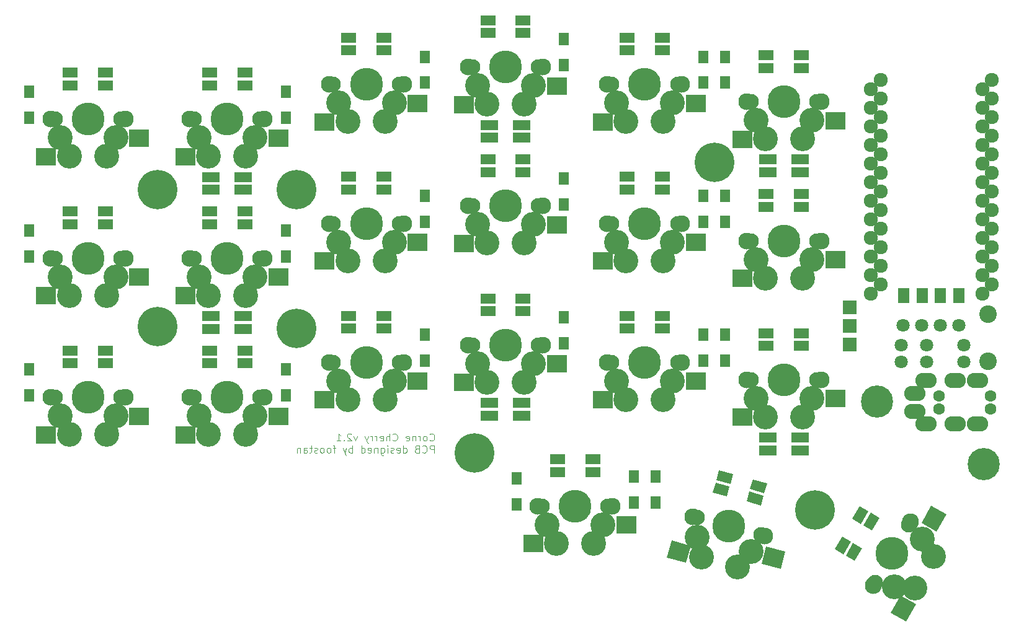
<source format=gbr>
G04 #@! TF.GenerationSoftware,KiCad,Pcbnew,5.1.5+dfsg1-2~bpo10+1*
G04 #@! TF.CreationDate,2020-09-05T13:18:22+00:00*
G04 #@! TF.ProjectId,corne-cherry,636f726e-652d-4636-9865-7272792e6b69,2.1*
G04 #@! TF.SameCoordinates,Original*
G04 #@! TF.FileFunction,Soldermask,Bot*
G04 #@! TF.FilePolarity,Negative*
%FSLAX46Y46*%
G04 Gerber Fmt 4.6, Leading zero omitted, Abs format (unit mm)*
G04 Created by KiCad (PCBNEW 5.1.5+dfsg1-2~bpo10+1) date 2020-09-05 13:18:22*
%MOMM*%
%LPD*%
G04 APERTURE LIST*
%ADD10C,0.125000*%
%ADD11C,2.100000*%
%ADD12C,0.100000*%
%ADD13C,2.300000*%
%ADD14C,4.500000*%
%ADD15C,3.400000*%
%ADD16R,2.700000X2.400000*%
%ADD17C,1.600000*%
%ADD18O,2.900000X2.100000*%
%ADD19R,2.400000X1.400000*%
%ADD20R,2.000000X1.400000*%
%ADD21C,1.924000*%
%ADD22R,1.350000X1.700000*%
%ADD23C,1.797000*%
%ADD24R,1.543000X1.035000*%
%ADD25R,1.924000X1.924000*%
%ADD26C,5.400000*%
%ADD27C,4.400000*%
%ADD28C,2.400000*%
G04 APERTURE END LIST*
D10*
X116659226Y-120994642D02*
X116706845Y-121042261D01*
X116849702Y-121089880D01*
X116944940Y-121089880D01*
X117087797Y-121042261D01*
X117183035Y-120947023D01*
X117230654Y-120851785D01*
X117278273Y-120661309D01*
X117278273Y-120518452D01*
X117230654Y-120327976D01*
X117183035Y-120232738D01*
X117087797Y-120137500D01*
X116944940Y-120089880D01*
X116849702Y-120089880D01*
X116706845Y-120137500D01*
X116659226Y-120185119D01*
X116087797Y-121089880D02*
X116183035Y-121042261D01*
X116230654Y-120994642D01*
X116278273Y-120899404D01*
X116278273Y-120613690D01*
X116230654Y-120518452D01*
X116183035Y-120470833D01*
X116087797Y-120423214D01*
X115944940Y-120423214D01*
X115849702Y-120470833D01*
X115802083Y-120518452D01*
X115754464Y-120613690D01*
X115754464Y-120899404D01*
X115802083Y-120994642D01*
X115849702Y-121042261D01*
X115944940Y-121089880D01*
X116087797Y-121089880D01*
X115325892Y-121089880D02*
X115325892Y-120423214D01*
X115325892Y-120613690D02*
X115278273Y-120518452D01*
X115230654Y-120470833D01*
X115135416Y-120423214D01*
X115040178Y-120423214D01*
X114706845Y-120423214D02*
X114706845Y-121089880D01*
X114706845Y-120518452D02*
X114659226Y-120470833D01*
X114563988Y-120423214D01*
X114421130Y-120423214D01*
X114325892Y-120470833D01*
X114278273Y-120566071D01*
X114278273Y-121089880D01*
X113421130Y-121042261D02*
X113516369Y-121089880D01*
X113706845Y-121089880D01*
X113802083Y-121042261D01*
X113849702Y-120947023D01*
X113849702Y-120566071D01*
X113802083Y-120470833D01*
X113706845Y-120423214D01*
X113516369Y-120423214D01*
X113421130Y-120470833D01*
X113373511Y-120566071D01*
X113373511Y-120661309D01*
X113849702Y-120756547D01*
X111611607Y-120994642D02*
X111659226Y-121042261D01*
X111802083Y-121089880D01*
X111897321Y-121089880D01*
X112040178Y-121042261D01*
X112135416Y-120947023D01*
X112183035Y-120851785D01*
X112230654Y-120661309D01*
X112230654Y-120518452D01*
X112183035Y-120327976D01*
X112135416Y-120232738D01*
X112040178Y-120137500D01*
X111897321Y-120089880D01*
X111802083Y-120089880D01*
X111659226Y-120137500D01*
X111611607Y-120185119D01*
X111183035Y-121089880D02*
X111183035Y-120089880D01*
X110754464Y-121089880D02*
X110754464Y-120566071D01*
X110802083Y-120470833D01*
X110897321Y-120423214D01*
X111040178Y-120423214D01*
X111135416Y-120470833D01*
X111183035Y-120518452D01*
X109897321Y-121042261D02*
X109992559Y-121089880D01*
X110183035Y-121089880D01*
X110278273Y-121042261D01*
X110325892Y-120947023D01*
X110325892Y-120566071D01*
X110278273Y-120470833D01*
X110183035Y-120423214D01*
X109992559Y-120423214D01*
X109897321Y-120470833D01*
X109849702Y-120566071D01*
X109849702Y-120661309D01*
X110325892Y-120756547D01*
X109421130Y-121089880D02*
X109421130Y-120423214D01*
X109421130Y-120613690D02*
X109373511Y-120518452D01*
X109325892Y-120470833D01*
X109230654Y-120423214D01*
X109135416Y-120423214D01*
X108802083Y-121089880D02*
X108802083Y-120423214D01*
X108802083Y-120613690D02*
X108754464Y-120518452D01*
X108706845Y-120470833D01*
X108611607Y-120423214D01*
X108516369Y-120423214D01*
X108278273Y-120423214D02*
X108040178Y-121089880D01*
X107802083Y-120423214D02*
X108040178Y-121089880D01*
X108135416Y-121327976D01*
X108183035Y-121375595D01*
X108278273Y-121423214D01*
X106754464Y-120423214D02*
X106516369Y-121089880D01*
X106278273Y-120423214D01*
X105944940Y-120185119D02*
X105897321Y-120137500D01*
X105802083Y-120089880D01*
X105563988Y-120089880D01*
X105468750Y-120137500D01*
X105421130Y-120185119D01*
X105373511Y-120280357D01*
X105373511Y-120375595D01*
X105421130Y-120518452D01*
X105992559Y-121089880D01*
X105373511Y-121089880D01*
X104944940Y-120994642D02*
X104897321Y-121042261D01*
X104944940Y-121089880D01*
X104992559Y-121042261D01*
X104944940Y-120994642D01*
X104944940Y-121089880D01*
X103944940Y-121089880D02*
X104516369Y-121089880D01*
X104230654Y-121089880D02*
X104230654Y-120089880D01*
X104325892Y-120232738D01*
X104421130Y-120327976D01*
X104516369Y-120375595D01*
X117230654Y-122714880D02*
X117230654Y-121714880D01*
X116849702Y-121714880D01*
X116754464Y-121762500D01*
X116706845Y-121810119D01*
X116659226Y-121905357D01*
X116659226Y-122048214D01*
X116706845Y-122143452D01*
X116754464Y-122191071D01*
X116849702Y-122238690D01*
X117230654Y-122238690D01*
X115659226Y-122619642D02*
X115706845Y-122667261D01*
X115849702Y-122714880D01*
X115944940Y-122714880D01*
X116087797Y-122667261D01*
X116183035Y-122572023D01*
X116230654Y-122476785D01*
X116278273Y-122286309D01*
X116278273Y-122143452D01*
X116230654Y-121952976D01*
X116183035Y-121857738D01*
X116087797Y-121762500D01*
X115944940Y-121714880D01*
X115849702Y-121714880D01*
X115706845Y-121762500D01*
X115659226Y-121810119D01*
X114897321Y-122191071D02*
X114754464Y-122238690D01*
X114706845Y-122286309D01*
X114659226Y-122381547D01*
X114659226Y-122524404D01*
X114706845Y-122619642D01*
X114754464Y-122667261D01*
X114849702Y-122714880D01*
X115230654Y-122714880D01*
X115230654Y-121714880D01*
X114897321Y-121714880D01*
X114802083Y-121762500D01*
X114754464Y-121810119D01*
X114706845Y-121905357D01*
X114706845Y-122000595D01*
X114754464Y-122095833D01*
X114802083Y-122143452D01*
X114897321Y-122191071D01*
X115230654Y-122191071D01*
X113040178Y-122714880D02*
X113040178Y-121714880D01*
X113040178Y-122667261D02*
X113135416Y-122714880D01*
X113325892Y-122714880D01*
X113421130Y-122667261D01*
X113468750Y-122619642D01*
X113516369Y-122524404D01*
X113516369Y-122238690D01*
X113468750Y-122143452D01*
X113421130Y-122095833D01*
X113325892Y-122048214D01*
X113135416Y-122048214D01*
X113040178Y-122095833D01*
X112183035Y-122667261D02*
X112278273Y-122714880D01*
X112468750Y-122714880D01*
X112563988Y-122667261D01*
X112611607Y-122572023D01*
X112611607Y-122191071D01*
X112563988Y-122095833D01*
X112468750Y-122048214D01*
X112278273Y-122048214D01*
X112183035Y-122095833D01*
X112135416Y-122191071D01*
X112135416Y-122286309D01*
X112611607Y-122381547D01*
X111754464Y-122667261D02*
X111659226Y-122714880D01*
X111468750Y-122714880D01*
X111373511Y-122667261D01*
X111325892Y-122572023D01*
X111325892Y-122524404D01*
X111373511Y-122429166D01*
X111468750Y-122381547D01*
X111611607Y-122381547D01*
X111706845Y-122333928D01*
X111754464Y-122238690D01*
X111754464Y-122191071D01*
X111706845Y-122095833D01*
X111611607Y-122048214D01*
X111468750Y-122048214D01*
X111373511Y-122095833D01*
X110897321Y-122714880D02*
X110897321Y-122048214D01*
X110897321Y-121714880D02*
X110944940Y-121762500D01*
X110897321Y-121810119D01*
X110849702Y-121762500D01*
X110897321Y-121714880D01*
X110897321Y-121810119D01*
X109992559Y-122048214D02*
X109992559Y-122857738D01*
X110040178Y-122952976D01*
X110087797Y-123000595D01*
X110183035Y-123048214D01*
X110325892Y-123048214D01*
X110421130Y-123000595D01*
X109992559Y-122667261D02*
X110087797Y-122714880D01*
X110278273Y-122714880D01*
X110373511Y-122667261D01*
X110421130Y-122619642D01*
X110468750Y-122524404D01*
X110468750Y-122238690D01*
X110421130Y-122143452D01*
X110373511Y-122095833D01*
X110278273Y-122048214D01*
X110087797Y-122048214D01*
X109992559Y-122095833D01*
X109516369Y-122048214D02*
X109516369Y-122714880D01*
X109516369Y-122143452D02*
X109468750Y-122095833D01*
X109373511Y-122048214D01*
X109230654Y-122048214D01*
X109135416Y-122095833D01*
X109087797Y-122191071D01*
X109087797Y-122714880D01*
X108230654Y-122667261D02*
X108325892Y-122714880D01*
X108516369Y-122714880D01*
X108611607Y-122667261D01*
X108659226Y-122572023D01*
X108659226Y-122191071D01*
X108611607Y-122095833D01*
X108516369Y-122048214D01*
X108325892Y-122048214D01*
X108230654Y-122095833D01*
X108183035Y-122191071D01*
X108183035Y-122286309D01*
X108659226Y-122381547D01*
X107325892Y-122714880D02*
X107325892Y-121714880D01*
X107325892Y-122667261D02*
X107421130Y-122714880D01*
X107611607Y-122714880D01*
X107706845Y-122667261D01*
X107754464Y-122619642D01*
X107802083Y-122524404D01*
X107802083Y-122238690D01*
X107754464Y-122143452D01*
X107706845Y-122095833D01*
X107611607Y-122048214D01*
X107421130Y-122048214D01*
X107325892Y-122095833D01*
X106087797Y-122714880D02*
X106087797Y-121714880D01*
X106087797Y-122095833D02*
X105992559Y-122048214D01*
X105802083Y-122048214D01*
X105706845Y-122095833D01*
X105659226Y-122143452D01*
X105611607Y-122238690D01*
X105611607Y-122524404D01*
X105659226Y-122619642D01*
X105706845Y-122667261D01*
X105802083Y-122714880D01*
X105992559Y-122714880D01*
X106087797Y-122667261D01*
X105278273Y-122048214D02*
X105040178Y-122714880D01*
X104802083Y-122048214D02*
X105040178Y-122714880D01*
X105135416Y-122952976D01*
X105183035Y-123000595D01*
X105278273Y-123048214D01*
X103802083Y-122048214D02*
X103421130Y-122048214D01*
X103659226Y-122714880D02*
X103659226Y-121857738D01*
X103611607Y-121762500D01*
X103516369Y-121714880D01*
X103421130Y-121714880D01*
X102944940Y-122714880D02*
X103040178Y-122667261D01*
X103087797Y-122619642D01*
X103135416Y-122524404D01*
X103135416Y-122238690D01*
X103087797Y-122143452D01*
X103040178Y-122095833D01*
X102944940Y-122048214D01*
X102802083Y-122048214D01*
X102706845Y-122095833D01*
X102659226Y-122143452D01*
X102611607Y-122238690D01*
X102611607Y-122524404D01*
X102659226Y-122619642D01*
X102706845Y-122667261D01*
X102802083Y-122714880D01*
X102944940Y-122714880D01*
X102040178Y-122714880D02*
X102135416Y-122667261D01*
X102183035Y-122619642D01*
X102230654Y-122524404D01*
X102230654Y-122238690D01*
X102183035Y-122143452D01*
X102135416Y-122095833D01*
X102040178Y-122048214D01*
X101897321Y-122048214D01*
X101802083Y-122095833D01*
X101754464Y-122143452D01*
X101706845Y-122238690D01*
X101706845Y-122524404D01*
X101754464Y-122619642D01*
X101802083Y-122667261D01*
X101897321Y-122714880D01*
X102040178Y-122714880D01*
X101325892Y-122667261D02*
X101230654Y-122714880D01*
X101040178Y-122714880D01*
X100944940Y-122667261D01*
X100897321Y-122572023D01*
X100897321Y-122524404D01*
X100944940Y-122429166D01*
X101040178Y-122381547D01*
X101183035Y-122381547D01*
X101278273Y-122333928D01*
X101325892Y-122238690D01*
X101325892Y-122191071D01*
X101278273Y-122095833D01*
X101183035Y-122048214D01*
X101040178Y-122048214D01*
X100944940Y-122095833D01*
X100611607Y-122048214D02*
X100230654Y-122048214D01*
X100468750Y-121714880D02*
X100468750Y-122572023D01*
X100421130Y-122667261D01*
X100325892Y-122714880D01*
X100230654Y-122714880D01*
X99468750Y-122714880D02*
X99468750Y-122191071D01*
X99516369Y-122095833D01*
X99611607Y-122048214D01*
X99802083Y-122048214D01*
X99897321Y-122095833D01*
X99468750Y-122667261D02*
X99563988Y-122714880D01*
X99802083Y-122714880D01*
X99897321Y-122667261D01*
X99944940Y-122572023D01*
X99944940Y-122476785D01*
X99897321Y-122381547D01*
X99802083Y-122333928D01*
X99563988Y-122333928D01*
X99468750Y-122286309D01*
X98992559Y-122048214D02*
X98992559Y-122714880D01*
X98992559Y-122143452D02*
X98944940Y-122095833D01*
X98849702Y-122048214D01*
X98706845Y-122048214D01*
X98611607Y-122095833D01*
X98563988Y-122191071D01*
X98563988Y-122714880D01*
D11*
X177500000Y-140397114D03*
X182000000Y-132602886D03*
D12*
G36*
X181698280Y-145765479D02*
G01*
X179619820Y-144565479D01*
X180969820Y-142227211D01*
X183048280Y-143427211D01*
X181698280Y-145765479D01*
G37*
D13*
X182290000Y-132100591D03*
X177210000Y-140899409D03*
D14*
X179750000Y-136500000D03*
D15*
X182879409Y-141239705D03*
X180044705Y-141069557D03*
X185419409Y-136840295D03*
X183854705Y-134470443D03*
D12*
G36*
X185848576Y-133496956D02*
G01*
X183770116Y-132296956D01*
X185120116Y-129958688D01*
X187198576Y-131158688D01*
X185848576Y-133496956D01*
G37*
D11*
X65500000Y-77125000D03*
X74500000Y-77125000D03*
D16*
X64300000Y-82245000D03*
D13*
X75080000Y-77125000D03*
X64920000Y-77125000D03*
D14*
X70000000Y-77125000D03*
D15*
X67460000Y-82205000D03*
X66190000Y-79665001D03*
X72540000Y-82205000D03*
X73810000Y-79665000D03*
D16*
X77000000Y-79705000D03*
D11*
X132000000Y-130000000D03*
X141000000Y-130000000D03*
D16*
X130800000Y-135120000D03*
D13*
X141580000Y-130000000D03*
X131420000Y-130000000D03*
D14*
X136500000Y-130000000D03*
D15*
X133960000Y-135080000D03*
X132690000Y-132540001D03*
X139040000Y-135080000D03*
X140310000Y-132540000D03*
D16*
X143500000Y-132580000D03*
D11*
X160500000Y-112750000D03*
X169500000Y-112750000D03*
D16*
X159300000Y-117870000D03*
D13*
X170080000Y-112750000D03*
X159920000Y-112750000D03*
D14*
X165000000Y-112750000D03*
D15*
X162460000Y-117830000D03*
X161190000Y-115290001D03*
X167540000Y-117830000D03*
X168810000Y-115290000D03*
D16*
X172000000Y-115330000D03*
D11*
X103500000Y-110375000D03*
X112500000Y-110375000D03*
D16*
X102300000Y-115495000D03*
D13*
X113080000Y-110375000D03*
X102920000Y-110375000D03*
D14*
X108000000Y-110375000D03*
D15*
X105460000Y-115455000D03*
X104190000Y-112915001D03*
X110540000Y-115455000D03*
X111810000Y-112915000D03*
D16*
X115000000Y-112955000D03*
D11*
X84500000Y-115125000D03*
X93500000Y-115125000D03*
D16*
X83300000Y-120245000D03*
D13*
X94080000Y-115125000D03*
X83920000Y-115125000D03*
D14*
X89000000Y-115125000D03*
D15*
X86460000Y-120205000D03*
X85190000Y-117665001D03*
X91540000Y-120205000D03*
X92810000Y-117665000D03*
D16*
X96000000Y-117705000D03*
D11*
X65500000Y-115125000D03*
X74500000Y-115125000D03*
D16*
X64300000Y-120245000D03*
D13*
X75080000Y-115125000D03*
X64920000Y-115125000D03*
D14*
X70000000Y-115125000D03*
D15*
X67460000Y-120205000D03*
X66190000Y-117665001D03*
X72540000Y-120205000D03*
X73810000Y-117665000D03*
D16*
X77000000Y-117705000D03*
D11*
X160500000Y-93750000D03*
X169500000Y-93750000D03*
D16*
X159300000Y-98870000D03*
D13*
X170080000Y-93750000D03*
X159920000Y-93750000D03*
D14*
X165000000Y-93750000D03*
D15*
X162460000Y-98830000D03*
X161190000Y-96290001D03*
X167540000Y-98830000D03*
X168810000Y-96290000D03*
D16*
X172000000Y-96330000D03*
D11*
X141500000Y-91375000D03*
X150500000Y-91375000D03*
D16*
X140300000Y-96495000D03*
D13*
X151080000Y-91375000D03*
X140920000Y-91375000D03*
D14*
X146000000Y-91375000D03*
D15*
X143460000Y-96455000D03*
X142190000Y-93915001D03*
X148540000Y-96455000D03*
X149810000Y-93915000D03*
D16*
X153000000Y-93955000D03*
D11*
X122500000Y-89000000D03*
X131500000Y-89000000D03*
D16*
X121300000Y-94120000D03*
D13*
X132080000Y-89000000D03*
X121920000Y-89000000D03*
D14*
X127000000Y-89000000D03*
D15*
X124460000Y-94080000D03*
X123190000Y-91540001D03*
X129540000Y-94080000D03*
X130810000Y-91540000D03*
D16*
X134000000Y-91580000D03*
D11*
X103500000Y-91375000D03*
X112500000Y-91375000D03*
D16*
X102300000Y-96495000D03*
D13*
X113080000Y-91375000D03*
X102920000Y-91375000D03*
D14*
X108000000Y-91375000D03*
D15*
X105460000Y-96455000D03*
X104190000Y-93915001D03*
X110540000Y-96455000D03*
X111810000Y-93915000D03*
D16*
X115000000Y-93955000D03*
D11*
X84500000Y-96125000D03*
X93500000Y-96125000D03*
D16*
X83300000Y-101245000D03*
D13*
X94080000Y-96125000D03*
X83920000Y-96125000D03*
D14*
X89000000Y-96125000D03*
D15*
X86460000Y-101205000D03*
X85190000Y-98665001D03*
X91540000Y-101205000D03*
X92810000Y-98665000D03*
D16*
X96000000Y-98705000D03*
D11*
X65500000Y-96125000D03*
X74500000Y-96125000D03*
D16*
X64300000Y-101245000D03*
D13*
X75080000Y-96125000D03*
X64920000Y-96125000D03*
D14*
X70000000Y-96125000D03*
D15*
X67460000Y-101205000D03*
X66190000Y-98665001D03*
X72540000Y-101205000D03*
X73810000Y-98665000D03*
D16*
X77000000Y-98705000D03*
D11*
X160500000Y-74750000D03*
X169500000Y-74750000D03*
D16*
X159300000Y-79870000D03*
D13*
X170080000Y-74750000D03*
X159920000Y-74750000D03*
D14*
X165000000Y-74750000D03*
D15*
X162460000Y-79830000D03*
X161190000Y-77290001D03*
X167540000Y-79830000D03*
X168810000Y-77290000D03*
D16*
X172000000Y-77330000D03*
D11*
X141500000Y-72375000D03*
X150500000Y-72375000D03*
D16*
X140300000Y-77495000D03*
D13*
X151080000Y-72375000D03*
X140920000Y-72375000D03*
D14*
X146000000Y-72375000D03*
D15*
X143460000Y-77455000D03*
X142190000Y-74915001D03*
X148540000Y-77455000D03*
X149810000Y-74915000D03*
D16*
X153000000Y-74955000D03*
D11*
X103500000Y-72375000D03*
X112500000Y-72375000D03*
D16*
X102300000Y-77495000D03*
D13*
X113080000Y-72375000D03*
X102920000Y-72375000D03*
D14*
X108000000Y-72375000D03*
D15*
X105460000Y-77455000D03*
X104190000Y-74915001D03*
X110540000Y-77455000D03*
X111810000Y-74915000D03*
D16*
X115000000Y-74955000D03*
D11*
X84500000Y-77125000D03*
X93500000Y-77125000D03*
D16*
X83300000Y-82245000D03*
D13*
X94080000Y-77125000D03*
X83920000Y-77125000D03*
D14*
X89000000Y-77125000D03*
D15*
X86460000Y-82205000D03*
X85190000Y-79665001D03*
X91540000Y-82205000D03*
X92810000Y-79665000D03*
D16*
X96000000Y-79705000D03*
D11*
X141500000Y-110375000D03*
X150500000Y-110375000D03*
D16*
X140300000Y-115495000D03*
D13*
X151080000Y-110375000D03*
X140920000Y-110375000D03*
D14*
X146000000Y-110375000D03*
D15*
X143460000Y-115455000D03*
X142190000Y-112915001D03*
X148540000Y-115455000D03*
X149810000Y-112915000D03*
D16*
X153000000Y-112955000D03*
D11*
X153153334Y-131585314D03*
X161846666Y-133914686D03*
D12*
G36*
X149054486Y-137029977D02*
G01*
X149675652Y-134711755D01*
X152283652Y-135410567D01*
X151662486Y-137728789D01*
X149054486Y-137029977D01*
G37*
D13*
X162406903Y-134064801D03*
X152593097Y-131435199D03*
D14*
X157500000Y-132750000D03*
D15*
X153731748Y-136999503D03*
X153162422Y-134217352D03*
X158638651Y-138314304D03*
X160522777Y-136189552D03*
D12*
G36*
X161979145Y-137863527D02*
G01*
X162600311Y-135545305D01*
X165208311Y-136244117D01*
X164587145Y-138562339D01*
X161979145Y-137863527D01*
G37*
D11*
X122500000Y-70000000D03*
X131500000Y-70000000D03*
D16*
X121300000Y-75120000D03*
D13*
X132080000Y-70000000D03*
X121920000Y-70000000D03*
D14*
X127000000Y-70000000D03*
D15*
X124460000Y-75080000D03*
X123190000Y-72540001D03*
X129540000Y-75080000D03*
X130810000Y-72540000D03*
D16*
X134000000Y-72580000D03*
D11*
X122500000Y-108000000D03*
X131500000Y-108000000D03*
D16*
X121300000Y-113120000D03*
D13*
X132080000Y-108000000D03*
X121920000Y-108000000D03*
D14*
X127000000Y-108000000D03*
D15*
X124460000Y-113080000D03*
X123190000Y-110540001D03*
X129540000Y-113080000D03*
X130810000Y-110540000D03*
D16*
X134000000Y-110580000D03*
D17*
X186200000Y-114950000D03*
X193200000Y-114950000D03*
D18*
X184400000Y-112850000D03*
X182900000Y-117050000D03*
X191400000Y-112850000D03*
X188400000Y-112850000D03*
D17*
X193200000Y-116700000D03*
X186200000Y-116700000D03*
D18*
X191400000Y-118800000D03*
X188400000Y-118800000D03*
X184400000Y-118800000D03*
X182900000Y-114600000D03*
D19*
X162800000Y-122375000D03*
X162800000Y-120625000D03*
X167200000Y-120625000D03*
X167200000Y-122375000D03*
X167200000Y-82625000D03*
X167200000Y-84375000D03*
X162800000Y-84375000D03*
X162800000Y-82625000D03*
X129200000Y-77925000D03*
X129200000Y-79675000D03*
X124800000Y-79675000D03*
X124800000Y-77925000D03*
X91200000Y-85025000D03*
X91200000Y-86775000D03*
X86800000Y-86775000D03*
X86800000Y-85025000D03*
X86800000Y-105775000D03*
X86800000Y-104025000D03*
X91200000Y-104025000D03*
X91200000Y-105775000D03*
X124800000Y-117675000D03*
X124800000Y-115925000D03*
X129200000Y-115925000D03*
X129200000Y-117675000D03*
D12*
G36*
X175336010Y-130018014D02*
G01*
X176548446Y-130718014D01*
X175548446Y-132450064D01*
X174336010Y-131750064D01*
X175336010Y-130018014D01*
G37*
G36*
X176851554Y-130893014D02*
G01*
X178063990Y-131593014D01*
X177063990Y-133325064D01*
X175851554Y-132625064D01*
X176851554Y-130893014D01*
G37*
G36*
X174451554Y-135049936D02*
G01*
X175663990Y-135749936D01*
X174663990Y-137481986D01*
X173451554Y-136781986D01*
X174451554Y-135049936D01*
G37*
G36*
X172936010Y-134174936D02*
G01*
X174148446Y-134874936D01*
X173148446Y-136606986D01*
X171936010Y-135906986D01*
X172936010Y-134174936D01*
G37*
G36*
X155308212Y-128141348D02*
G01*
X155670559Y-126789052D01*
X157602410Y-127306690D01*
X157240063Y-128658986D01*
X155308212Y-128141348D01*
G37*
G36*
X155761146Y-126450978D02*
G01*
X156123493Y-125098682D01*
X158055344Y-125616320D01*
X157692997Y-126968616D01*
X155761146Y-126450978D01*
G37*
G36*
X160397590Y-127693310D02*
G01*
X160759937Y-126341014D01*
X162691788Y-126858652D01*
X162329441Y-128210948D01*
X160397590Y-127693310D01*
G37*
G36*
X159944656Y-129383680D02*
G01*
X160307003Y-128031384D01*
X162238854Y-128549022D01*
X161876507Y-129901318D01*
X159944656Y-129383680D01*
G37*
D20*
X134100000Y-125375000D03*
X134100000Y-123625000D03*
X138900000Y-123625000D03*
X138900000Y-125375000D03*
X162600000Y-108125000D03*
X162600000Y-106375000D03*
X167400000Y-106375000D03*
X167400000Y-108125000D03*
X143600000Y-105750000D03*
X143600000Y-104000000D03*
X148400000Y-104000000D03*
X148400000Y-105750000D03*
X124600000Y-103375000D03*
X124600000Y-101625000D03*
X129400000Y-101625000D03*
X129400000Y-103375000D03*
X105600000Y-105750000D03*
X105600000Y-104000000D03*
X110400000Y-104000000D03*
X110400000Y-105750000D03*
X86600000Y-110500000D03*
X86600000Y-108750000D03*
X91400000Y-108750000D03*
X91400000Y-110500000D03*
X67600000Y-110500000D03*
X67600000Y-108750000D03*
X72400000Y-108750000D03*
X72400000Y-110500000D03*
X162600000Y-89125000D03*
X162600000Y-87375000D03*
X167400000Y-87375000D03*
X167400000Y-89125000D03*
X143600000Y-86750000D03*
X143600000Y-85000000D03*
X148400000Y-85000000D03*
X148400000Y-86750000D03*
X124600000Y-84375000D03*
X124600000Y-82625000D03*
X129400000Y-82625000D03*
X129400000Y-84375000D03*
X105600000Y-86750000D03*
X105600000Y-85000000D03*
X110400000Y-85000000D03*
X110400000Y-86750000D03*
X86600000Y-91500000D03*
X86600000Y-89750000D03*
X91400000Y-89750000D03*
X91400000Y-91500000D03*
X67600000Y-91500000D03*
X67600000Y-89750000D03*
X72400000Y-89750000D03*
X72400000Y-91500000D03*
X162600000Y-70125000D03*
X162600000Y-68375000D03*
X167400000Y-68375000D03*
X167400000Y-70125000D03*
X143600000Y-67750000D03*
X143600000Y-66000000D03*
X148400000Y-66000000D03*
X148400000Y-67750000D03*
X124600000Y-65375000D03*
X124600000Y-63625000D03*
X129400000Y-63625000D03*
X129400000Y-65375000D03*
X105600000Y-67750000D03*
X105600000Y-66000000D03*
X110400000Y-66000000D03*
X110400000Y-67750000D03*
X86600000Y-72500000D03*
X86600000Y-70750000D03*
X91400000Y-70750000D03*
X91400000Y-72500000D03*
X67600000Y-72500000D03*
X67600000Y-70750000D03*
X72400000Y-70750000D03*
X72400000Y-72500000D03*
D21*
X192100000Y-73042000D03*
X192100000Y-75582000D03*
X192100000Y-78122000D03*
X192100000Y-80662000D03*
X192100000Y-83202000D03*
X192100000Y-85742000D03*
X192100000Y-88282000D03*
X192100000Y-90822000D03*
X192100000Y-93362000D03*
X192100000Y-95902000D03*
X192100000Y-98442000D03*
X192100000Y-100982000D03*
X176860000Y-100982000D03*
X176860000Y-98442000D03*
X176860000Y-95902000D03*
X176860000Y-93362000D03*
X176860000Y-90822000D03*
X176860000Y-88282000D03*
X176860000Y-85742000D03*
X176860000Y-83202000D03*
X176860000Y-80662000D03*
X176860000Y-78122000D03*
X176860000Y-75582000D03*
X176860000Y-73042000D03*
X193406400Y-71772000D03*
X193406400Y-74312000D03*
X193406400Y-76852000D03*
X193406400Y-79392000D03*
X193406400Y-81932000D03*
X193406400Y-84472000D03*
X193406400Y-87012000D03*
X193406400Y-89552000D03*
X193406400Y-92092000D03*
X193406400Y-94632000D03*
X193406400Y-97172000D03*
X193406400Y-99712000D03*
X178186400Y-99712000D03*
X178186400Y-97172000D03*
X178186400Y-94632000D03*
X178186400Y-92092000D03*
X178186400Y-89552000D03*
X178186400Y-87012000D03*
X178186400Y-84472000D03*
X178186400Y-81932000D03*
X178186400Y-79392000D03*
X178186400Y-76852000D03*
X178186400Y-74312000D03*
X178186400Y-71772000D03*
D22*
X154000000Y-68600000D03*
X154000000Y-72150000D03*
X62000000Y-73350000D03*
X62000000Y-76900000D03*
X97000000Y-73350000D03*
X97000000Y-76900000D03*
X116000000Y-68600000D03*
X116000000Y-72150000D03*
X135000000Y-66225000D03*
X135000000Y-69775000D03*
X157000000Y-68600000D03*
X157000000Y-72150000D03*
X62000000Y-92350000D03*
X62000000Y-95900000D03*
X97000000Y-92350000D03*
X97000000Y-95900000D03*
X116000000Y-87600000D03*
X116000000Y-91150000D03*
X135000000Y-85225000D03*
X135000000Y-88775000D03*
X154000000Y-87600000D03*
X154000000Y-91150000D03*
X157000000Y-87600000D03*
X157000000Y-91150000D03*
X62000000Y-111350000D03*
X62000000Y-114900000D03*
X97000000Y-111350000D03*
X97000000Y-114900000D03*
X116000000Y-106600000D03*
X116000000Y-110150000D03*
X135000000Y-104225000D03*
X135000000Y-107775000D03*
X157000000Y-106600000D03*
X157000000Y-110150000D03*
X128500000Y-126225000D03*
X128500000Y-129775000D03*
X144500000Y-125975000D03*
X144500000Y-129525000D03*
X147500000Y-125975000D03*
X147500000Y-129525000D03*
X154000000Y-106600000D03*
X154000000Y-110150000D03*
D23*
X189540000Y-108000000D03*
X184460000Y-108000000D03*
X189540000Y-110300000D03*
X184460000Y-110300000D03*
D24*
X188875000Y-100749620D03*
X188875000Y-101750380D03*
X186375000Y-100749620D03*
X186375000Y-101750380D03*
X183875000Y-100749620D03*
X183875000Y-101750380D03*
X181375000Y-100749620D03*
X181375000Y-101750380D03*
D25*
X174000000Y-102820000D03*
X174000000Y-105360000D03*
X174000000Y-107900000D03*
D23*
X181300000Y-105300000D03*
X183840000Y-105300000D03*
X186380000Y-105300000D03*
X188920000Y-105300000D03*
D26*
X79500000Y-105500000D03*
D27*
X177750000Y-115750000D03*
X192250000Y-124250000D03*
D26*
X79500000Y-86750000D03*
X98500000Y-86750000D03*
X98500000Y-105750000D03*
X155500000Y-83000000D03*
X122750000Y-122750000D03*
X169250000Y-130500000D03*
D23*
X181000000Y-108000000D03*
X181000000Y-110300000D03*
D28*
X192900000Y-103750000D03*
X192900000Y-110250000D03*
M02*

</source>
